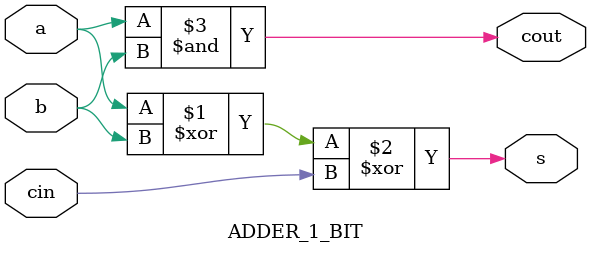
<source format=sv>
module ADDER_8_BIT	
(	
	input logic [7:0]A,		//INPUT A
	input logic [6:0]B,		//INPUT B
	input logic Prev_CO,			//INPUT PREVIOUS CARRY OUT
	output logic [7:0]Sum, 	//RESULT
	output logic Carry_out //FINAL CARRY OUT
);
	
wire c1,c2,c3,c4,c5,c6,c7,c8; //CARRY OUT

ADDER_1_BIT add0( .a(A[0]), .b(B[0]),.cin(0), .s(Sum[0]), .cout(c1));
ADDER_1_BIT add1( .a(A[1]), .b(B[1]),.cin(c1), .s(Sum[1]), .cout(c2));
ADDER_1_BIT add2( .a(A[2]), .b(B[2]),.cin(c2), .s(Sum[2]), .cout(c3));
ADDER_1_BIT add3( .a(A[3]), .b(B[3]),.cin(c3), .s(Sum[3]), .cout(c4));
ADDER_1_BIT add4( .a(A[4]), .b(B[4]),.cin(c4), .s(Sum[4]), .cout(c5));
ADDER_1_BIT add5( .a(A[5]), .b(B[5]),.cin(c5), .s(Sum[5]), .cout(c6));
ADDER_1_BIT add6( .a(A[6]), .b(B[6]),.cin(c6), .s(Sum[6]), .cout(c7));
ADDER_1_BIT add7( .a(A[7]), .b(Prev_CO),.cin(c7), .s(Sum[7]), .cout(c8));
assign Carry_out= c8;
endmodule

module ADDER_1_BIT
(
	input logic a,
	input logic b,
	input logic cin,
	output logic s,
	output logic cout
);
assign s=a^b^cin;
assign cout = a&b;
endmodule
</source>
